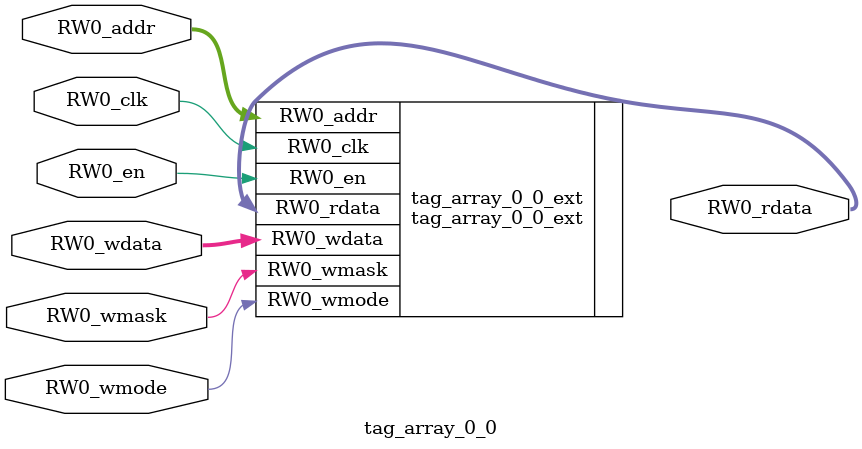
<source format=sv>
`ifndef RANDOMIZE
  `ifdef RANDOMIZE_REG_INIT
    `define RANDOMIZE
  `endif // RANDOMIZE_REG_INIT
`endif // not def RANDOMIZE
`ifndef RANDOMIZE
  `ifdef RANDOMIZE_MEM_INIT
    `define RANDOMIZE
  `endif // RANDOMIZE_MEM_INIT
`endif // not def RANDOMIZE

`ifndef RANDOM
  `define RANDOM $random
`endif // not def RANDOM

// Users can define 'PRINTF_COND' to add an extra gate to prints.
`ifndef PRINTF_COND_
  `ifdef PRINTF_COND
    `define PRINTF_COND_ (`PRINTF_COND)
  `else  // PRINTF_COND
    `define PRINTF_COND_ 1
  `endif // PRINTF_COND
`endif // not def PRINTF_COND_

// Users can define INIT_RANDOM as general code that gets injected into the
// initializer block for modules with registers.
`ifndef INIT_RANDOM
  `define INIT_RANDOM
`endif // not def INIT_RANDOM

// If using random initialization, you can also define RANDOMIZE_DELAY to
// customize the delay used, otherwise 0.002 is used.
`ifndef RANDOMIZE_DELAY
  `define RANDOMIZE_DELAY 0.002
`endif // not def RANDOMIZE_DELAY

// Define INIT_RANDOM_PROLOG_ for use in our modules below.
`ifndef INIT_RANDOM_PROLOG_
  `ifdef RANDOMIZE
    `ifdef VERILATOR
      `define INIT_RANDOM_PROLOG_ `INIT_RANDOM
    `else  // VERILATOR
      `define INIT_RANDOM_PROLOG_ `INIT_RANDOM #`RANDOMIZE_DELAY begin end
    `endif // VERILATOR
  `else  // RANDOMIZE
    `define INIT_RANDOM_PROLOG_
  `endif // RANDOMIZE
`endif // not def INIT_RANDOM_PROLOG_

// Include register initializers in init blocks unless synthesis is set
`ifndef SYNTHESIS
  `ifndef ENABLE_INITIAL_REG_
    `define ENABLE_INITIAL_REG_
  `endif // not def ENABLE_INITIAL_REG_
`endif // not def SYNTHESIS

// Include rmemory initializers in init blocks unless synthesis is set
`ifndef SYNTHESIS
  `ifndef ENABLE_INITIAL_MEM_
    `define ENABLE_INITIAL_MEM_
  `endif // not def ENABLE_INITIAL_MEM_
`endif // not def SYNTHESIS

module tag_array_0_0(
  input  [5:0]  RW0_addr,
  input         RW0_en,
                RW0_clk,
                RW0_wmode,
  input  [19:0] RW0_wdata,
  input         RW0_wmask,
  output [19:0] RW0_rdata
);

  tag_array_0_0_ext tag_array_0_0_ext (
    .RW0_addr  (RW0_addr),
    .RW0_en    (RW0_en),
    .RW0_clk   (RW0_clk),
    .RW0_wmode (RW0_wmode),
    .RW0_wdata (RW0_wdata),
    .RW0_wmask (RW0_wmask),
    .RW0_rdata (RW0_rdata)
  );
endmodule


</source>
